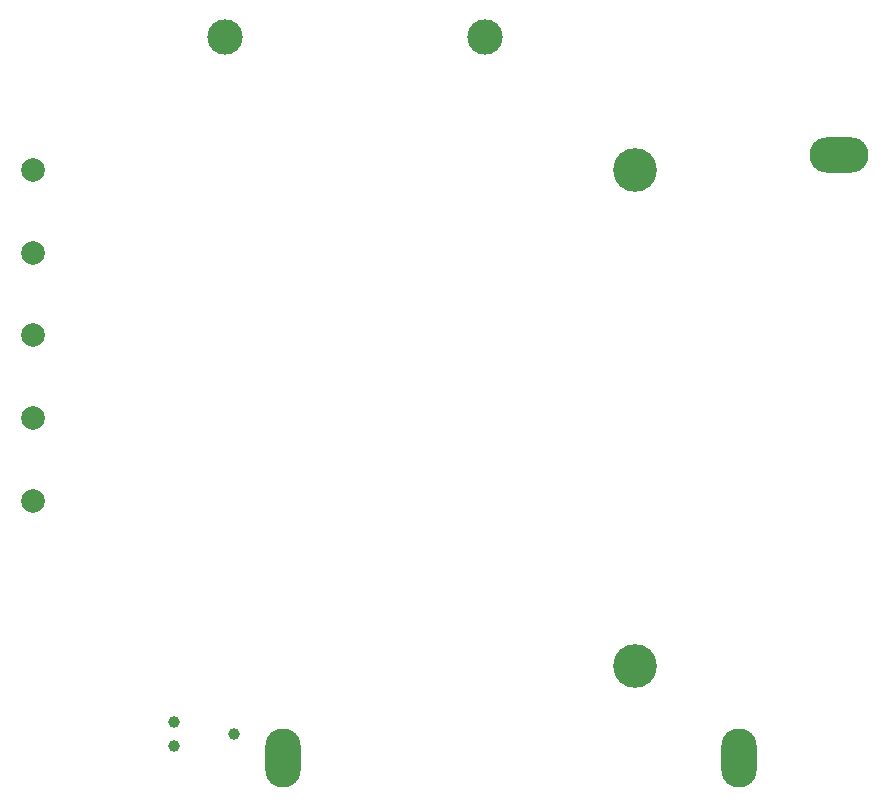
<source format=gbr>
%TF.GenerationSoftware,Altium Limited,Altium Designer,22.0.2 (36)*%
G04 Layer_Color=0*
%FSLAX45Y45*%
%MOMM*%
%TF.SameCoordinates,8084254D-3EA1-499E-96B0-688E0DB6412D*%
%TF.FilePolarity,Positive*%
%TF.FileFunction,NonPlated,1,4,NPTH,Drill*%
%TF.Part,Single*%
G01*
G75*
%TA.AperFunction,ComponentDrill*%
%ADD202C,2.00000*%
%ADD203C,1.00000*%
%ADD204C,3.70000*%
%ADD205C,2.99999*%
%TA.AperFunction,OtherDrill,Pad Free-21 (23.2mm,6.2mm)*%
%ADD206O,3.00000X5.00000*%
%TA.AperFunction,OtherDrill,Pad Free-21 (61.75mm,6.25mm)*%
%ADD207O,3.00000X5.00000*%
%TA.AperFunction,OtherDrill,Pad Free-21 (70.25mm,57.25mm)*%
%ADD208O,5.00000X3.00000*%
D202*
X200000Y5600000D02*
D03*
Y4900000D02*
D03*
Y3500000D02*
D03*
Y2800000D02*
D03*
Y4200000D02*
D03*
D203*
X1904001Y826500D02*
D03*
X1396001Y724900D02*
D03*
Y928100D02*
D03*
D204*
X5300000Y5600000D02*
D03*
Y1400000D02*
D03*
D205*
X4025000Y6729997D02*
D03*
X1825000Y6729996D02*
D03*
D206*
X2320000Y620000D02*
D03*
D207*
X6175001Y625000D02*
D03*
D208*
X7025000Y5725000D02*
D03*
%TF.MD5,138544d52daf8405b9545939dc824188*%
M02*

</source>
